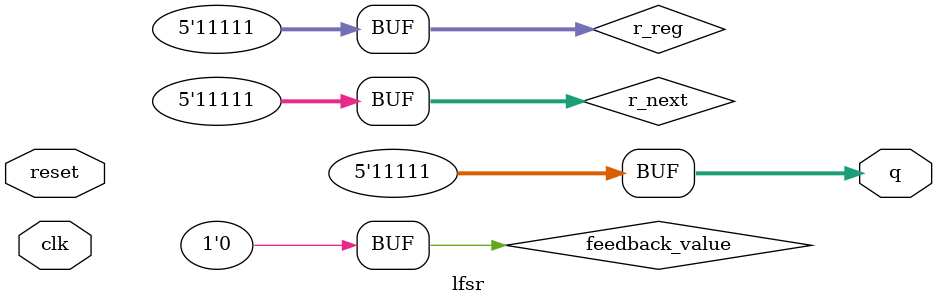
<source format=v>
module lfsr( 
    input clk,
    input reset,
    output [4:0] q
); 
reg [4:0] r_reg;
wire [4:0] r_next;
wire feedback_value;
// on reset set the value of r_reg to 1
// otherwise assign r_next to r_reg
// assign the xor of bit positions 2 and 4 of r_reg to feedback_value
// assign feedback value concatenated with 4 MSBs of r_reg to r_next
// assign r_reg to the output q
assign r_next = (reset) ? 5'b11111 : (feedback_value ^ r_reg);
assign feedback_value = r_reg[2] ^ r_reg[4];
assign q = r_reg;
// define the initial values
initial begin
r_reg <= 5'b11111;
end
endmodule

</source>
